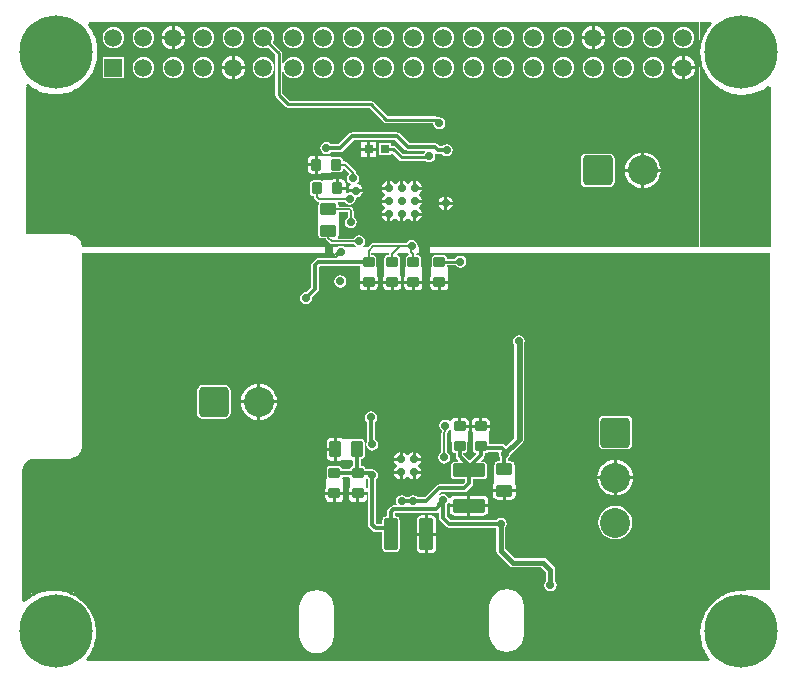
<source format=gbl>
%FSLAX23Y23*%
%MOMM*%
%SFA1B1*%

%IPPOS*%
%AMD18*
4,1,8,1.206500,0.574040,-1.206500,0.574040,-1.348740,0.431800,-1.348740,-0.431800,-1.206500,-0.574040,1.206500,-0.574040,1.348740,-0.431800,1.348740,0.431800,1.206500,0.574040,0.0*
1,1,0.288000,1.206500,0.431800*
1,1,0.288000,-1.206500,0.431800*
1,1,0.288000,-1.206500,-0.431800*
1,1,0.288000,1.206500,-0.431800*
%
%AMD19*
4,1,8,0.574040,0.500380,-0.574040,0.500380,-0.701040,0.375920,-0.701040,-0.375920,-0.574040,-0.500380,0.574040,-0.500380,0.701040,-0.375920,0.701040,0.375920,0.574040,0.500380,0.0*
1,1,0.250000,0.574040,0.375920*
1,1,0.250000,-0.574040,0.375920*
1,1,0.250000,-0.574040,-0.375920*
1,1,0.250000,0.574040,-0.375920*
%
%AMD21*
4,1,8,0.386080,0.449580,-0.386080,0.449580,-0.500380,0.337820,-0.500380,-0.337820,-0.386080,-0.449580,0.386080,-0.449580,0.500380,-0.337820,0.500380,0.337820,0.386080,0.449580,0.0*
1,1,0.226000,0.386080,0.337820*
1,1,0.226000,-0.386080,0.337820*
1,1,0.226000,-0.386080,-0.337820*
1,1,0.226000,0.386080,-0.337820*
%
%AMD22*
4,1,8,-0.449580,0.386080,-0.449580,-0.386080,-0.337820,-0.500380,0.337820,-0.500380,0.449580,-0.386080,0.449580,0.386080,0.337820,0.500380,-0.337820,0.500380,-0.449580,0.386080,0.0*
1,1,0.226000,-0.337820,0.386080*
1,1,0.226000,-0.337820,-0.386080*
1,1,0.226000,0.337820,-0.386080*
1,1,0.226000,0.337820,0.386080*
%
%AMD23*
4,1,8,-0.500380,0.574040,-0.500380,-0.574040,-0.375920,-0.701040,0.375920,-0.701040,0.500380,-0.574040,0.500380,0.574040,0.375920,0.701040,-0.375920,0.701040,-0.500380,0.574040,0.0*
1,1,0.250000,-0.375920,0.574040*
1,1,0.250000,-0.375920,-0.574040*
1,1,0.250000,0.375920,-0.574040*
1,1,0.250000,0.375920,0.574040*
%
%AMD39*
4,1,8,-0.952500,-1.270000,0.952500,-1.270000,1.270000,-0.952500,1.270000,0.952500,0.952500,1.270000,-0.952500,1.270000,-1.270000,0.952500,-1.270000,-0.952500,-0.952500,-1.270000,0.0*
1,1,0.636000,-0.952500,-0.952500*
1,1,0.636000,0.952500,-0.952500*
1,1,0.636000,0.952500,0.952500*
1,1,0.636000,-0.952500,0.952500*
%
%AMD44*
4,1,8,1.270000,-0.952500,1.270000,0.952500,0.952500,1.270000,-0.952500,1.270000,-1.270000,0.952500,-1.270000,-0.952500,-0.952500,-1.270000,0.952500,-1.270000,1.270000,-0.952500,0.0*
1,1,0.636000,0.952500,-0.952500*
1,1,0.636000,0.952500,0.952500*
1,1,0.636000,-0.952500,0.952500*
1,1,0.636000,-0.952500,-0.952500*
%
%AMD47*
4,1,8,0.574040,-1.206500,0.574040,1.206500,0.431800,1.348740,-0.431800,1.348740,-0.574040,1.206500,-0.574040,-1.206500,-0.431800,-1.348740,0.431800,-1.348740,0.574040,-1.206500,0.0*
1,1,0.288000,0.431800,-1.206500*
1,1,0.288000,0.431800,1.206500*
1,1,0.288000,-0.431800,1.206500*
1,1,0.288000,-0.431800,-1.206500*
%
%ADD10C,0.253999*%
%ADD11C,0.150000*%
%ADD14R,0.761998X0.761998*%
G04~CAMADD=18~8~0.0~0.0~1063.0~452.8~56.7~0.0~15~0.0~0.0~0.0~0.0~0~0.0~0.0~0.0~0.0~0~0.0~0.0~0.0~0.0~1063.0~452.8*
%ADD18D18*%
G04~CAMADD=19~8~0.0~0.0~551.2~393.7~49.2~0.0~15~0.0~0.0~0.0~0.0~0~0.0~0.0~0.0~0.0~0~0.0~0.0~0.0~0.0~551.2~393.7*
%ADD19D19*%
G04~CAMADD=21~8~0.0~0.0~393.7~354.3~44.5~0.0~15~0.0~0.0~0.0~0.0~0~0.0~0.0~0.0~0.0~0~0.0~0.0~0.0~0.0~393.7~354.3*
%ADD21D21*%
G04~CAMADD=22~8~0.0~0.0~393.7~354.3~44.5~0.0~15~0.0~0.0~0.0~0.0~0~0.0~0.0~0.0~0.0~0~0.0~0.0~0.0~90.0~354.0~394.0*
%ADD22D22*%
G04~CAMADD=23~8~0.0~0.0~551.2~393.7~49.2~0.0~15~0.0~0.0~0.0~0.0~0~0.0~0.0~0.0~0.0~0~0.0~0.0~0.0~90.0~394.0~552.0*
%ADD23D23*%
%ADD30C,0.160000*%
%ADD32C,0.349999*%
%ADD33C,0.250000*%
G04~CAMADD=39~8~0.0~0.0~1000.0~1000.0~125.2~0.0~15~0.0~0.0~0.0~0.0~0~0.0~0.0~0.0~0.0~0~0.0~0.0~0.0~180.0~1000.0~1000.0*
%ADD39D39*%
%ADD40C,2.539995*%
%ADD41C,1.499997*%
%ADD42R,1.499997X1.499997*%
%ADD43C,6.199988*%
G04~CAMADD=44~8~0.0~0.0~1000.0~1000.0~125.2~0.0~15~0.0~0.0~0.0~0.0~0~0.0~0.0~0.0~0.0~0~0.0~0.0~0.0~270.0~1000.0~1000.0*
%ADD44D44*%
%ADD45C,0.699999*%
%ADD46C,0.165000*%
G04~CAMADD=47~8~0.0~0.0~1063.0~452.8~56.7~0.0~15~0.0~0.0~0.0~0.0~0~0.0~0.0~0.0~0.0~0~0.0~0.0~0.0~270.0~452.0~1062.0*
%ADD47D47*%
%ADD48C,0.200000*%
%ADD49C,0.449999*%
%LNraspberryhatboard-1*%
%LPD*%
G36*
X59457Y55012D02*
X59249Y54804D01*
Y54699*
X58874Y54324*
Y54049*
X58674Y53849*
Y53410*
X58549Y53285*
Y55099*
X59369*
X59457Y55012*
G37*
G36*
X58499Y35999D02*
X35689D01*
Y35499*
X64499*
Y6999*
X61174*
X61074Y6899*
X60774*
X60524Y6649*
X60174*
X58874Y5349*
Y4949*
X58549Y4624*
Y4249*
X58499Y4199*
Y2224*
X58874Y1849*
Y1449*
X59224Y1099*
X59124Y999*
X6749*
X6688Y1060*
Y1188*
X7049Y1549*
Y1874*
X7349Y2174*
Y2674*
X7449Y2774*
Y3599*
X7474Y3624*
X7424Y3674*
Y4499*
X7099Y4824*
Y5199*
X5524Y6774*
X5049*
X4824Y6999*
X2649*
X2374Y6724*
X1974*
X1341Y6091*
X1166*
X1149Y6074*
Y6999*
Y16999*
X1374Y17549*
Y17613*
X1699Y17938*
Y17999*
X2099*
Y18099*
X5299*
X5599Y18199*
X5799*
X6099Y18499*
Y18599*
X6199Y18799*
Y35499*
X26849*
Y35999*
X6299*
Y36399*
X6099Y36599*
Y36699*
X5949Y36849*
X5849*
X5599Y37099*
X1499*
Y49599*
X1600Y49548*
X1599Y49699*
X1697Y49797*
X1699Y49899*
Y49799*
X1697Y49797*
X1693Y49502*
X2099Y49299*
X2266Y49232*
X2199Y49299*
X2599Y49099*
X2999Y48999*
X3799*
X3899Y48899*
X4899*
X5099Y49099*
X5499*
X5899Y49499*
X6199*
X7099Y50399*
Y50499*
X7299Y50699*
Y51199*
X7499Y51399*
Y53974*
X6799Y54899*
Y55099*
X58499*
Y35999*
G37*
G36*
X58674Y51574D02*
Y51299D01*
X58824Y51149*
Y50724*
X59524Y50024*
Y49899*
X59624*
X60349Y49174*
X60699*
X60924Y48949*
X61499*
X61624Y48824*
X62624*
X62724Y48924*
X63299*
X63574Y49199*
X64024*
X64399Y49574*
X64449Y49524*
X64549*
Y36024*
X64524Y35999*
X58549*
Y51699*
X58674Y51574*
G37*
%LNraspberryhatboard-2*%
%LPC*%
G36*
X33260Y32922D02*
X32626D01*
Y32338*
X32887*
X33029Y32366*
X33151Y32447*
X33232Y32568*
X33260Y32712*
Y32922*
G37*
G36*
X32372D02*
X31738D01*
Y32712*
X31766Y32568*
X31847Y32447*
X31968Y32366*
X32111Y32338*
X32372*
Y32922*
G37*
G36*
X31260D02*
X30626D01*
Y32338*
X30887*
X31030Y32366*
X31151Y32447*
X31232Y32568*
X31260Y32712*
Y32922*
G37*
G36*
X34172D02*
X33538D01*
Y32712*
X33566Y32568*
X33647Y32447*
X33769Y32366*
X33911Y32338*
X34172*
Y32922*
G37*
G36*
X37260D02*
X36626D01*
Y32338*
X36887*
X37029Y32366*
X37151Y32447*
X37232Y32568*
X37260Y32712*
Y32922*
G37*
G36*
X36372D02*
X35738D01*
Y32712*
X35766Y32568*
X35847Y32447*
X35969Y32366*
X36111Y32338*
X36372*
Y32922*
G37*
G36*
X35060D02*
X34426D01*
Y32338*
X34687*
X34830Y32366*
X34951Y32447*
X35032Y32568*
X35060Y32712*
Y32922*
G37*
G36*
X22723Y22772D02*
X21331D01*
Y21380*
X21503Y21397*
X21790Y21484*
X22055Y21626*
X22287Y21816*
X22477Y22048*
X22619Y22313*
X22706Y22600*
X22723Y22772*
G37*
G36*
X21077D02*
X19685D01*
X19702Y22600*
X19789Y22313*
X19931Y22048*
X20121Y21816*
X20353Y21626*
X20618Y21484*
X20905Y21397*
X21077Y21380*
Y22772*
G37*
G36*
X40387Y21560D02*
X40126D01*
Y20976*
X40760*
Y21187*
X40732Y21329*
X40651Y21451*
X40529Y21532*
X40387Y21560*
G37*
G36*
X18346Y24331D02*
X16441D01*
X16258Y24295*
X16102Y24191*
X15998Y24035*
X15962Y23852*
Y21947*
X15998Y21763*
X16102Y21607*
X16258Y21503*
X16441Y21467*
X18346*
X18530Y21503*
X18686Y21607*
X18790Y21763*
X18826Y21947*
Y23852*
X18790Y24035*
X18686Y24191*
X18530Y24295*
X18346Y24331*
G37*
G36*
X30372Y32922D02*
X29738D01*
Y32712*
X29766Y32568*
X29847Y32447*
X29968Y32366*
X30111Y32338*
X30372*
Y32922*
G37*
G36*
X21331Y24418D02*
Y23026D01*
X22723*
X22706Y23198*
X22619Y23485*
X22477Y23750*
X22287Y23982*
X22055Y24172*
X21790Y24314*
X21503Y24401*
X21331Y24418*
G37*
G36*
X21077D02*
X20905Y24401D01*
X20618Y24314*
X20353Y24172*
X20121Y23982*
X19931Y23750*
X19789Y23485*
X19702Y23198*
X19685Y23026*
X21077*
Y24418*
G37*
G36*
X28099Y33612D02*
X27903Y33573D01*
X27736Y33462*
X27625Y33295*
X27586Y33099*
X27625Y32903*
X27736Y32736*
X27903Y32625*
X28099Y32586*
X28295Y32625*
X28462Y32736*
X28573Y32903*
X28612Y33099*
X28573Y33295*
X28462Y33462*
X28295Y33573*
X28099Y33612*
G37*
G36*
X26387Y43760D02*
X26176D01*
Y42999*
Y42238*
X26387*
X26530Y42266*
X26578Y42299*
X27299*
X27353Y42353*
X27412Y42341*
X28086*
X28190Y42361*
X28278Y42420*
X28337Y42508*
X28357Y42611*
Y42645*
X28450Y42684*
X28837Y42297*
X28827Y42197*
X28811Y42187*
X28700Y42020*
X28661Y41824*
X28700Y41628*
X28811Y41461*
X28978Y41350*
X28996Y41256*
X28964Y41234*
X28830Y41035*
X28808Y40926*
X29990*
X29968Y41035*
X29834Y41234*
X29635Y41368*
X29581Y41379*
X29543Y41471*
X29648Y41628*
X29687Y41824*
X29648Y42020*
X29537Y42187*
X29432Y42257*
Y42324*
X29412Y42423*
X29356Y42506*
X28681Y43181*
X28598Y43237*
X28499Y43257*
X28357*
Y43387*
X28337Y43490*
X28278Y43578*
X28190Y43637*
X28086Y43657*
X27412*
X27353Y43645*
X27299Y43699*
X26578*
X26530Y43732*
X26387Y43760*
G37*
G36*
X37151Y40315D02*
Y39851D01*
X37615*
X37593Y39960*
X37459Y40159*
X37260Y40293*
X37151Y40315*
G37*
G36*
X36897D02*
X36788Y40293D01*
X36589Y40159*
X36455Y39960*
X36433Y39851*
X36897*
Y40315*
G37*
G36*
X53577Y42372D02*
X52185D01*
X52202Y42200*
X52289Y41913*
X52431Y41648*
X52621Y41416*
X52853Y41226*
X53118Y41084*
X53405Y40997*
X53577Y40980*
Y42372*
G37*
G36*
X50846Y43931D02*
X48942D01*
X48758Y43895*
X48602Y43791*
X48498Y43635*
X48462Y43451*
Y41547*
X48498Y41363*
X48602Y41207*
X48758Y41103*
X48942Y41067*
X50846*
X51030Y41103*
X51186Y41207*
X51290Y41363*
X51326Y41547*
Y43451*
X51290Y43635*
X51186Y43791*
X51030Y43895*
X50846Y43931*
G37*
G36*
X28187Y41760D02*
X27976D01*
Y41126*
X28560*
Y41387*
X28532Y41529*
X28451Y41651*
X28329Y41732*
X28187Y41760*
G37*
G36*
X55223Y42372D02*
X53831D01*
Y40980*
X54003Y40997*
X54290Y41084*
X54555Y41226*
X54787Y41416*
X54977Y41648*
X55119Y41913*
X55206Y42200*
X55223Y42372*
G37*
G36*
X32072Y38672D02*
X31608D01*
X31630Y38563*
X31764Y38364*
X31963Y38230*
X32072Y38208*
Y38672*
G37*
G36*
X34526Y41590D02*
Y41126D01*
X34990*
X34968Y41235*
X34834Y41434*
X34635Y41568*
X34526Y41590*
G37*
G36*
X36887Y35357D02*
X36111D01*
X36008Y35337*
X35920Y35278*
X35861Y35190*
X35841Y35087*
Y34411*
X35853Y34353*
X35799Y34299*
Y33578*
X35766Y33529*
X35738Y33387*
Y33176*
X37260*
Y33387*
X37232Y33529*
X37199Y33578*
Y34299*
X37145Y34353*
X37157Y34411*
Y34466*
X37875*
X37911Y34411*
X38078Y34300*
X38274Y34261*
X38470Y34300*
X38637Y34411*
X38748Y34578*
X38787Y34774*
X38748Y34970*
X38637Y35137*
X38470Y35248*
X38274Y35287*
X38078Y35248*
X37911Y35137*
X37842Y35032*
X37157*
Y35087*
X37137Y35190*
X37078Y35278*
X36990Y35337*
X36887Y35357*
G37*
G36*
X34990Y38672D02*
X34526D01*
Y38208*
X34635Y38230*
X34834Y38364*
X34968Y38563*
X34990Y38672*
G37*
G36*
X37615Y39597D02*
X37151D01*
Y39133*
X37260Y39155*
X37459Y39289*
X37593Y39488*
X37615Y39597*
G37*
G36*
X36897D02*
X36433D01*
X36455Y39488*
X36589Y39289*
X36788Y39155*
X36897Y39133*
Y39597*
G37*
G36*
X32072Y41590D02*
X31963Y41568D01*
X31764Y41434*
X31630Y41235*
X31608Y41126*
X32072*
Y41590*
G37*
G36*
X39872Y21560D02*
X39611D01*
X39469Y21532*
X39347Y21451*
X39266Y21329*
X39238Y21187*
Y20976*
X39872*
Y21560*
G37*
G36*
X27472Y15022D02*
X26838D01*
Y14811*
X26866Y14669*
X26947Y14547*
X27068Y14466*
X27211Y14438*
X27472*
Y15022*
G37*
G36*
X40205Y14936D02*
X39126D01*
Y14226*
X40611*
Y14530*
X40580Y14685*
X40492Y14817*
X40360Y14905*
X40205Y14936*
G37*
G36*
X40611Y13972D02*
X39126D01*
Y13262*
X40205*
X40360Y13293*
X40492Y13381*
X40580Y13513*
X40611Y13668*
Y13972*
G37*
G36*
X28360Y15022D02*
X27726D01*
Y14438*
X27986*
X28130Y14466*
X28251Y14547*
X28332Y14669*
X28360Y14811*
Y15022*
G37*
G36*
X41872Y15272D02*
X41038D01*
Y15024*
X41067Y14876*
X41151Y14751*
X41276Y14667*
X41424Y14638*
X41872*
Y15272*
G37*
G36*
X30360Y15022D02*
X29726D01*
Y14438*
X29986*
X30130Y14466*
X30251Y14547*
X30332Y14669*
X30360Y14811*
Y15022*
G37*
G36*
X29472D02*
X28838D01*
Y14811*
X28866Y14669*
X28947Y14547*
X29068Y14466*
X29211Y14438*
X29472*
Y15022*
G37*
G36*
X38872Y13972D02*
X37387D01*
Y13668*
X37418Y13513*
X37506Y13381*
X37638Y13293*
X37793Y13262*
X38872*
Y13972*
G37*
G36*
X35272Y11572D02*
X34562D01*
Y10493*
X34593Y10338*
X34681Y10206*
X34813Y10118*
X34968Y10087*
X35272*
Y11572*
G37*
G36*
X42199Y7065D02*
X41820Y7015D01*
X41466Y6868*
X41163Y6635*
X40930Y6332*
X40783Y5978*
X40733Y5599*
Y3199*
X40783Y2820*
X40930Y2466*
X41163Y2163*
X41466Y1930*
X41820Y1783*
X42199Y1733*
X42578Y1783*
X42932Y1930*
X43235Y2163*
X43468Y2466*
X43615Y2820*
X43665Y3199*
Y5599*
X43615Y5978*
X43468Y6332*
X43235Y6635*
X42932Y6868*
X42578Y7015*
X42199Y7065*
G37*
G36*
X26099Y6965D02*
X25720Y6915D01*
X25366Y6768*
X25063Y6535*
X24830Y6232*
X24683Y5878*
X24633Y5499*
Y3099*
X24683Y2720*
X24830Y2366*
X25063Y2063*
X25366Y1830*
X25720Y1683*
X26099Y1633*
X26478Y1683*
X26832Y1830*
X27135Y2063*
X27368Y2366*
X27515Y2720*
X27565Y3099*
Y5499*
X27515Y5878*
X27368Y6232*
X27135Y6535*
X26832Y6768*
X26478Y6915*
X26099Y6965*
G37*
G36*
X36236Y11572D02*
X35526D01*
Y10087*
X35830*
X35985Y10118*
X36117Y10206*
X36205Y10338*
X36236Y10493*
Y11572*
G37*
G36*
X35830Y13311D02*
X35526D01*
Y11826*
X36236*
Y12905*
X36205Y13060*
X36117Y13192*
X35985Y13280*
X35830Y13311*
G37*
G36*
X35272D02*
X34968D01*
X34813Y13280*
X34681Y13192*
X34593Y13060*
X34562Y12905*
Y11826*
X35272*
Y13311*
G37*
G36*
X51399Y14124D02*
X51028Y14075D01*
X50681Y13932*
X50384Y13704*
X50156Y13407*
X50013Y13060*
X49964Y12689*
X50013Y12318*
X50156Y11971*
X50384Y11674*
X50681Y11446*
X51028Y11303*
X51399Y11254*
X51770Y11303*
X52117Y11446*
X52414Y11674*
X52642Y11971*
X52785Y12318*
X52834Y12689*
X52785Y13060*
X52642Y13407*
X52414Y13704*
X52117Y13932*
X51770Y14075*
X51399Y14124*
G37*
G36*
X42960Y15272D02*
X42126D01*
Y14638*
X42574*
X42722Y14667*
X42847Y14751*
X42931Y14876*
X42960Y15024*
Y15272*
G37*
G36*
X30699Y22112D02*
X30503Y22073D01*
X30336Y21962*
X30225Y21795*
X30186Y21599*
X30225Y21403*
X30336Y21236*
X30365Y21218*
Y19554*
X30325Y19495*
X30286Y19299*
X30325Y19103*
X30436Y18936*
X30603Y18825*
X30799Y18786*
X30995Y18825*
X31162Y18936*
X31273Y19103*
X31312Y19299*
X31273Y19495*
X31162Y19662*
X31033Y19747*
Y21218*
X31062Y21236*
X31173Y21403*
X31212Y21599*
X31173Y21795*
X31062Y21962*
X30895Y22073*
X30699Y22112*
G37*
G36*
X34222Y18640D02*
X34113Y18618D01*
X33914Y18484*
X33849Y18388*
X33749*
X33684Y18484*
X33485Y18618*
X33376Y18640*
Y18049*
X33249*
Y17922*
X32658*
X32680Y17813*
X32814Y17614*
X32910Y17549*
Y17449*
X32814Y17384*
X32680Y17185*
X32658Y17076*
X33249*
Y16949*
X33376*
Y16358*
X33485Y16380*
X33684Y16514*
X33749Y16610*
X33849*
X33914Y16514*
X34113Y16380*
X34222Y16358*
Y16949*
X34349*
Y17076*
X34940*
X34918Y17185*
X34784Y17384*
X34688Y17449*
Y17549*
X34784Y17614*
X34918Y17813*
X34940Y17922*
X34349*
Y18049*
X34222*
Y18640*
G37*
G36*
X34476D02*
Y18176D01*
X34940*
X34918Y18285*
X34784Y18484*
X34585Y18618*
X34476Y18640*
G37*
G36*
X52352Y21741D02*
X50446D01*
X50263Y21705*
X50107Y21601*
X50003Y21445*
X49967Y21262*
Y19357*
X50003Y19173*
X50107Y19017*
X50263Y18913*
X50446Y18877*
X52352*
X52535Y18913*
X52691Y19017*
X52795Y19173*
X52831Y19357*
Y21262*
X52795Y21445*
X52691Y21601*
X52535Y21705*
X52352Y21741*
G37*
G36*
X38587Y21560D02*
X38326D01*
Y20976*
X38960*
Y21187*
X38932Y21329*
X38851Y21451*
X38729Y21532*
X38587Y21560*
G37*
G36*
X43224Y28562D02*
X43028Y28523D01*
X42861Y28412*
X42750Y28245*
X42711Y28049*
X42750Y27853*
X42814Y27758*
Y19859*
X42113Y19158*
X42035Y19235*
X41927Y19308*
X41799Y19333*
X40657*
Y19486*
X40645Y19545*
X40699Y19599*
Y20320*
X40732Y20368*
X40760Y20512*
Y20722*
X39238*
Y20512*
X39266Y20368*
X39299Y20320*
Y19599*
X39353Y19545*
X39341Y19486*
Y18811*
X39361Y18708*
X39420Y18620*
X39508Y18561*
X39554Y18552*
X39583Y18456*
X39049Y17922*
X38533Y18438*
Y18541*
X38587*
X38690Y18561*
X38778Y18620*
X38837Y18708*
X38857Y18811*
Y19486*
X38845Y19545*
X38899Y19599*
Y20320*
X38932Y20368*
X38960Y20512*
Y20722*
X38199*
Y20849*
X38072*
Y21560*
X37811*
X37668Y21532*
X37547Y21451*
X37466Y21329*
X37458Y21290*
X37363Y21261*
X37362Y21262*
X37195Y21373*
X36999Y21412*
X36803Y21373*
X36636Y21262*
X36525Y21095*
X36486Y20899*
X36525Y20703*
X36636Y20536*
X36675Y20510*
X36695Y20412*
X36680Y20390*
X36661Y20299*
Y18645*
X36536Y18562*
X36425Y18395*
X36386Y18199*
X36425Y18003*
X36536Y17836*
X36703Y17725*
X36899Y17686*
X37095Y17725*
X37262Y17836*
X37373Y18003*
X37412Y18199*
X37373Y18395*
X37262Y18562*
X37137Y18645*
Y20201*
X37167Y20231*
X37218Y20308*
X37237Y20399*
Y20453*
X37350Y20528*
X37442Y20490*
X37466Y20368*
X37499Y20320*
Y19599*
X37553Y19545*
X37541Y19486*
Y18811*
X37561Y18708*
X37620Y18620*
X37708Y18561*
X37811Y18541*
X37865*
Y18299*
X37890Y18171*
X37963Y18063*
X38100Y17925*
X38062Y17833*
X37793*
X37677Y17810*
X37579Y17744*
X37513Y17646*
X37490Y17530*
Y16668*
X37513Y16552*
X37579Y16454*
X37677Y16388*
X37793Y16365*
X38665*
Y16138*
X38460Y15933*
X36499*
X36371Y15908*
X36263Y15835*
X35260Y14833*
X34680*
X34662Y14862*
X34495Y14973*
X34299Y15012*
X34103Y14973*
X33936Y14862*
X33917Y14833*
X33680*
X33662Y14862*
X33495Y14973*
X33299Y15012*
X33103Y14973*
X32936Y14862*
X32825Y14695*
X32786Y14499*
X32825Y14303*
X32879Y14222*
X32832Y14133*
X32599*
X32471Y14108*
X32363Y14035*
X32163Y13835*
X32090Y13727*
X32065Y13599*
Y13208*
X31968*
X31852Y13185*
X31754Y13119*
X31688Y13021*
X31665Y12905*
Y12533*
X31238*
X31133Y12638*
Y16318*
X31162Y16336*
X31273Y16503*
X31312Y16699*
X31273Y16895*
X31162Y17062*
X30995Y17173*
X30799Y17212*
X30653Y17183*
X30649*
X30257*
Y17187*
X30237Y17290*
X30178Y17378*
X30090Y17437*
X29986Y17457*
X29833*
Y18041*
X29874*
X29982Y18062*
X30074Y18124*
X30136Y18216*
X30157Y18324*
Y19474*
X30136Y19582*
X30074Y19674*
X29982Y19736*
X29874Y19757*
X29124*
X29117Y19756*
X29074Y19799*
X28270*
X28222Y19831*
X28074Y19860*
X27826*
Y18899*
Y17938*
X28074*
X28222Y17967*
X28270Y17999*
X29074*
X29165Y17908*
Y17448*
X29108Y17437*
X29020Y17378*
X28961Y17290*
X28941Y17187*
Y17183*
X28257*
Y17187*
X28237Y17290*
X28178Y17378*
X28090Y17437*
X27986Y17457*
X27211*
X27108Y17437*
X27020Y17378*
X26961Y17290*
X26941Y17187*
Y16512*
X26953Y16453*
X26899Y16399*
Y15678*
X26866Y15629*
X26838Y15487*
Y15276*
X28360*
Y15487*
X28332Y15629*
X28299Y15678*
Y16399*
X28276Y16422*
X28314Y16515*
X28884*
X28922Y16422*
X28899Y16399*
Y15678*
X28866Y15629*
X28838Y15487*
Y15276*
X30360*
Y15487*
X30332Y15629*
X30299Y15678*
Y16370*
X30395Y16399*
X30436Y16336*
X30465Y16318*
Y12499*
X30490Y12371*
X30563Y12263*
X30863Y11963*
X30971Y11890*
X31099Y11865*
X31665*
Y10493*
X31688Y10377*
X31754Y10279*
X31852Y10213*
X31968Y10190*
X32830*
X32946Y10213*
X33044Y10279*
X33110Y10377*
X33133Y10493*
Y12905*
X33110Y13021*
X33044Y13119*
X32946Y13185*
X32830Y13208*
X32733*
Y13460*
X32738Y13465*
X36199*
X36327Y13490*
X36376Y13523*
X36465Y13476*
Y13099*
X36490Y12971*
X36563Y12863*
X37063Y12363*
X37171Y12290*
X37299Y12265*
X41314*
Y10299*
X41343Y10152*
X41426Y10026*
X42426Y9026*
X42552Y8943*
X42699Y8914*
X45139*
X45514Y8539*
Y7703*
X45425Y7570*
X45386Y7374*
X45425Y7178*
X45536Y7011*
X45703Y6900*
X45899Y6861*
X46095Y6900*
X46262Y7011*
X46373Y7178*
X46412Y7374*
X46373Y7570*
X46284Y7703*
Y8699*
X46255Y8846*
X46172Y8972*
X45572Y9572*
X45446Y9655*
X45299Y9684*
X42859*
X42084Y10459*
Y12270*
X42173Y12403*
X42212Y12599*
X42173Y12795*
X42062Y12962*
X41895Y13073*
X41699Y13112*
X41503Y13073*
X41336Y12962*
X41318Y12933*
X37438*
X37133Y13238*
Y14218*
X37162Y14236*
X37273Y14403*
X37288Y14478*
X37387Y14468*
Y14226*
X38872*
Y14936*
X37793*
X37638Y14905*
X37506Y14817*
X37418Y14685*
X37406Y14627*
X37306*
X37273Y14795*
X37162Y14962*
X36995Y15073*
X36799Y15112*
X36603Y15073*
X36554Y15040*
X36490Y15117*
X36638Y15265*
X38599*
X38727Y15290*
X38835Y15363*
X39235Y15763*
X39308Y15871*
X39333Y15999*
Y16365*
X40205*
X40321Y16388*
X40419Y16454*
X40485Y16552*
X40508Y16668*
Y17530*
X40485Y17646*
X40419Y17744*
X40321Y17810*
X40205Y17833*
X40036*
X39998Y17925*
X40235Y18163*
X40308Y18271*
X40333Y18399*
Y18541*
X40387*
X40490Y18561*
X40578Y18620*
X40608Y18665*
X41460*
X41524Y18587*
X41511Y18524*
X41550Y18328*
X41661Y18161*
X41665Y18159*
Y17857*
X41424*
X41316Y17836*
X41224Y17774*
X41162Y17682*
X41141Y17574*
Y16824*
X41142Y16817*
X41099Y16774*
Y15970*
X41067Y15922*
X41038Y15774*
Y15526*
X42960*
Y15774*
X42931Y15922*
X42899Y15970*
Y16774*
X42856Y16817*
X42857Y16824*
Y17574*
X42836Y17682*
X42774Y17774*
X42682Y17836*
X42574Y17857*
X42333*
Y18126*
X42387Y18161*
X42498Y18328*
X42529Y18484*
X43472Y19426*
X43572Y19526*
X43655Y19652*
X43684Y19799*
Y27833*
X43698Y27853*
X43737Y28049*
X43698Y28245*
X43587Y28412*
X43420Y28523*
X43224Y28562*
G37*
G36*
X27572Y19860D02*
X27324D01*
X27176Y19831*
X27051Y19747*
X26967Y19622*
X26938Y19474*
Y19026*
X27572*
Y19860*
G37*
G36*
X33122Y18640D02*
X33013Y18618D01*
X32814Y18484*
X32680Y18285*
X32658Y18176*
X33122*
Y18640*
G37*
G36*
Y16822D02*
X32658D01*
X32680Y16713*
X32814Y16514*
X33013Y16380*
X33122Y16358*
Y16822*
G37*
G36*
X52918Y16372D02*
X51526D01*
Y14980*
X51698Y14997*
X51985Y15084*
X52250Y15226*
X52482Y15416*
X52672Y15648*
X52814Y15913*
X52901Y16200*
X52918Y16372*
G37*
G36*
X51272D02*
X49880D01*
X49897Y16200*
X49984Y15913*
X50126Y15648*
X50316Y15416*
X50548Y15226*
X50813Y15084*
X51100Y14997*
X51272Y14980*
Y16372*
G37*
G36*
X34940Y16822D02*
X34476D01*
Y16358*
X34585Y16380*
X34784Y16514*
X34918Y16713*
X34940Y16822*
G37*
G36*
X27572Y18772D02*
X26938D01*
Y18324*
X26967Y18176*
X27051Y18051*
X27176Y17967*
X27324Y17938*
X27572*
Y18772*
G37*
G36*
X51526Y18018D02*
Y16626D01*
X52918*
X52901Y16798*
X52814Y17085*
X52672Y17350*
X52482Y17582*
X52250Y17772*
X51985Y17914*
X51698Y18001*
X51526Y18018*
G37*
G36*
X51272D02*
X51100Y18001D01*
X50813Y17914*
X50548Y17772*
X50316Y17582*
X50126Y17350*
X49984Y17085*
X49897Y16798*
X49880Y16626*
X51272*
Y18018*
G37*
G36*
X8899Y54650D02*
X8663Y54619D01*
X8444Y54528*
X8255Y54383*
X8110Y54194*
X8019Y53975*
X7988Y53739*
X8019Y53503*
X8110Y53284*
X8255Y53095*
X8444Y52950*
X8663Y52859*
X8899Y52828*
X9135Y52859*
X9354Y52950*
X9543Y53095*
X9688Y53284*
X9779Y53503*
X9810Y53739*
X9779Y53975*
X9688Y54194*
X9543Y54383*
X9354Y54528*
X9135Y54619*
X8899Y54650*
G37*
G36*
X50535Y53612D02*
X49666D01*
Y52743*
X49801Y52761*
X50045Y52862*
X50255Y53023*
X50416Y53233*
X50517Y53477*
X50535Y53612*
G37*
G36*
X49412D02*
X48543D01*
X48561Y53477*
X48662Y53233*
X48823Y53023*
X49033Y52862*
X49277Y52761*
X49412Y52743*
Y53612*
G37*
G36*
X11439Y54650D02*
X11203Y54619D01*
X10984Y54528*
X10795Y54383*
X10650Y54194*
X10559Y53975*
X10528Y53739*
X10559Y53503*
X10650Y53284*
X10795Y53095*
X10984Y52950*
X11203Y52859*
X11439Y52828*
X11675Y52859*
X11894Y52950*
X12083Y53095*
X12228Y53284*
X12319Y53503*
X12350Y53739*
X12319Y53975*
X12228Y54194*
X12083Y54383*
X11894Y54528*
X11675Y54619*
X11439Y54650*
G37*
G36*
X24139D02*
X23903Y54619D01*
X23684Y54528*
X23495Y54383*
X23350Y54194*
X23259Y53975*
X23228Y53739*
X23259Y53503*
X23350Y53284*
X23495Y53095*
X23684Y52950*
X23903Y52859*
X24139Y52828*
X24375Y52859*
X24594Y52950*
X24783Y53095*
X24928Y53284*
X25019Y53503*
X25050Y53739*
X25019Y53975*
X24928Y54194*
X24783Y54383*
X24594Y54528*
X24375Y54619*
X24139Y54650*
G37*
G36*
X19059D02*
X18823Y54619D01*
X18604Y54528*
X18415Y54383*
X18270Y54194*
X18179Y53975*
X18148Y53739*
X18179Y53503*
X18270Y53284*
X18415Y53095*
X18604Y52950*
X18823Y52859*
X19059Y52828*
X19295Y52859*
X19514Y52950*
X19703Y53095*
X19848Y53284*
X19939Y53503*
X19970Y53739*
X19939Y53975*
X19848Y54194*
X19703Y54383*
X19514Y54528*
X19295Y54619*
X19059Y54650*
G37*
G36*
X16519D02*
X16283Y54619D01*
X16064Y54528*
X15875Y54383*
X15730Y54194*
X15639Y53975*
X15608Y53739*
X15639Y53503*
X15730Y53284*
X15875Y53095*
X16064Y52950*
X16283Y52859*
X16519Y52828*
X16755Y52859*
X16974Y52950*
X17163Y53095*
X17308Y53284*
X17399Y53503*
X17430Y53739*
X17399Y53975*
X17308Y54194*
X17163Y54383*
X16974Y54528*
X16755Y54619*
X16519Y54650*
G37*
G36*
X14975Y53612D02*
X14106D01*
Y52743*
X14241Y52761*
X14485Y52862*
X14695Y53023*
X14856Y53233*
X14957Y53477*
X14975Y53612*
G37*
G36*
X18932Y52195D02*
X18797Y52177D01*
X18553Y52076*
X18343Y51915*
X18182Y51705*
X18081Y51461*
X18063Y51326*
X18932*
Y52195*
G37*
G36*
X9802Y52102D02*
X7996D01*
Y50296*
X9802*
Y52102*
G37*
G36*
X54619Y52110D02*
X54383Y52079D01*
X54164Y51988*
X53975Y51843*
X53830Y51654*
X53739Y51435*
X53708Y51199*
X53739Y50963*
X53830Y50744*
X53975Y50555*
X54164Y50410*
X54383Y50319*
X54619Y50288*
X54855Y50319*
X55074Y50410*
X55263Y50555*
X55408Y50744*
X55499Y50963*
X55530Y51199*
X55499Y51435*
X55408Y51654*
X55263Y51843*
X55074Y51988*
X54855Y52079*
X54619Y52110*
G37*
G36*
X19186Y52195D02*
Y51326D01*
X20055*
X20037Y51461*
X19936Y51705*
X19775Y51915*
X19565Y52076*
X19321Y52177*
X19186Y52195*
G37*
G36*
X13852Y53612D02*
X12983D01*
X13001Y53477*
X13102Y53233*
X13263Y53023*
X13473Y52862*
X13717Y52761*
X13852Y52743*
Y53612*
G37*
G36*
X57286Y52195D02*
Y51326D01*
X58155*
X58137Y51461*
X58036Y51705*
X57875Y51915*
X57665Y52076*
X57421Y52177*
X57286Y52195*
G37*
G36*
X57032D02*
X56897Y52177D01*
X56653Y52076*
X56443Y51915*
X56282Y51705*
X56181Y51461*
X56163Y51326*
X57032*
Y52195*
G37*
G36*
X26679Y54650D02*
X26443Y54619D01*
X26224Y54528*
X26035Y54383*
X25890Y54194*
X25799Y53975*
X25768Y53739*
X25799Y53503*
X25890Y53284*
X26035Y53095*
X26224Y52950*
X26443Y52859*
X26679Y52828*
X26915Y52859*
X27134Y52950*
X27323Y53095*
X27468Y53284*
X27559Y53503*
X27590Y53739*
X27559Y53975*
X27468Y54194*
X27323Y54383*
X27134Y54528*
X26915Y54619*
X26679Y54650*
G37*
G36*
X57159D02*
X56923Y54619D01*
X56704Y54528*
X56515Y54383*
X56370Y54194*
X56279Y53975*
X56248Y53739*
X56279Y53503*
X56370Y53284*
X56515Y53095*
X56704Y52950*
X56923Y52859*
X57159Y52828*
X57395Y52859*
X57614Y52950*
X57803Y53095*
X57948Y53284*
X58039Y53503*
X58070Y53739*
X58039Y53975*
X57948Y54194*
X57803Y54383*
X57614Y54528*
X57395Y54619*
X57159Y54650*
G37*
G36*
X54619D02*
X54383Y54619D01*
X54164Y54528*
X53975Y54383*
X53830Y54194*
X53739Y53975*
X53708Y53739*
X53739Y53503*
X53830Y53284*
X53975Y53095*
X54164Y52950*
X54383Y52859*
X54619Y52828*
X54855Y52859*
X55074Y52950*
X55263Y53095*
X55408Y53284*
X55499Y53503*
X55530Y53739*
X55499Y53975*
X55408Y54194*
X55263Y54383*
X55074Y54528*
X54855Y54619*
X54619Y54650*
G37*
G36*
X52079D02*
X51843Y54619D01*
X51624Y54528*
X51435Y54383*
X51290Y54194*
X51199Y53975*
X51168Y53739*
X51199Y53503*
X51290Y53284*
X51435Y53095*
X51624Y52950*
X51843Y52859*
X52079Y52828*
X52315Y52859*
X52534Y52950*
X52723Y53095*
X52868Y53284*
X52959Y53503*
X52990Y53739*
X52959Y53975*
X52868Y54194*
X52723Y54383*
X52534Y54528*
X52315Y54619*
X52079Y54650*
G37*
G36*
X13852Y54735D02*
X13717Y54717D01*
X13473Y54616*
X13263Y54455*
X13102Y54245*
X13001Y54001*
X12983Y53866*
X13852*
Y54735*
G37*
G36*
X49666D02*
Y53866D01*
X50535*
X50517Y54001*
X50416Y54245*
X50255Y54455*
X50045Y54616*
X49801Y54717*
X49666Y54735*
G37*
G36*
X49412D02*
X49277Y54717D01*
X49033Y54616*
X48823Y54455*
X48662Y54245*
X48561Y54001*
X48543Y53866*
X49412*
Y54735*
G37*
G36*
X14106D02*
Y53866D01*
X14975*
X14957Y54001*
X14856Y54245*
X14695Y54455*
X14485Y54616*
X14241Y54717*
X14106Y54735*
G37*
G36*
X46999Y54650D02*
X46763Y54619D01*
X46544Y54528*
X46355Y54383*
X46210Y54194*
X46119Y53975*
X46088Y53739*
X46119Y53503*
X46210Y53284*
X46355Y53095*
X46544Y52950*
X46763Y52859*
X46999Y52828*
X47235Y52859*
X47454Y52950*
X47643Y53095*
X47788Y53284*
X47879Y53503*
X47910Y53739*
X47879Y53975*
X47788Y54194*
X47643Y54383*
X47454Y54528*
X47235Y54619*
X46999Y54650*
G37*
G36*
X34299D02*
X34063Y54619D01*
X33844Y54528*
X33655Y54383*
X33510Y54194*
X33419Y53975*
X33388Y53739*
X33419Y53503*
X33510Y53284*
X33655Y53095*
X33844Y52950*
X34063Y52859*
X34299Y52828*
X34535Y52859*
X34754Y52950*
X34943Y53095*
X35088Y53284*
X35179Y53503*
X35210Y53739*
X35179Y53975*
X35088Y54194*
X34943Y54383*
X34754Y54528*
X34535Y54619*
X34299Y54650*
G37*
G36*
X31759D02*
X31523Y54619D01*
X31304Y54528*
X31115Y54383*
X30970Y54194*
X30879Y53975*
X30848Y53739*
X30879Y53503*
X30970Y53284*
X31115Y53095*
X31304Y52950*
X31523Y52859*
X31759Y52828*
X31995Y52859*
X32214Y52950*
X32403Y53095*
X32548Y53284*
X32639Y53503*
X32670Y53739*
X32639Y53975*
X32548Y54194*
X32403Y54383*
X32214Y54528*
X31995Y54619*
X31759Y54650*
G37*
G36*
X29219D02*
X28983Y54619D01*
X28764Y54528*
X28575Y54383*
X28430Y54194*
X28339Y53975*
X28308Y53739*
X28339Y53503*
X28430Y53284*
X28575Y53095*
X28764Y52950*
X28983Y52859*
X29219Y52828*
X29455Y52859*
X29674Y52950*
X29863Y53095*
X30008Y53284*
X30099Y53503*
X30130Y53739*
X30099Y53975*
X30008Y54194*
X29863Y54383*
X29674Y54528*
X29455Y54619*
X29219Y54650*
G37*
G36*
X36839D02*
X36603Y54619D01*
X36384Y54528*
X36195Y54383*
X36050Y54194*
X35959Y53975*
X35928Y53739*
X35959Y53503*
X36050Y53284*
X36195Y53095*
X36384Y52950*
X36603Y52859*
X36839Y52828*
X37075Y52859*
X37294Y52950*
X37483Y53095*
X37628Y53284*
X37719Y53503*
X37750Y53739*
X37719Y53975*
X37628Y54194*
X37483Y54383*
X37294Y54528*
X37075Y54619*
X36839Y54650*
G37*
G36*
X44459D02*
X44223Y54619D01*
X44004Y54528*
X43815Y54383*
X43670Y54194*
X43579Y53975*
X43548Y53739*
X43579Y53503*
X43670Y53284*
X43815Y53095*
X44004Y52950*
X44223Y52859*
X44459Y52828*
X44695Y52859*
X44914Y52950*
X45103Y53095*
X45248Y53284*
X45339Y53503*
X45370Y53739*
X45339Y53975*
X45248Y54194*
X45103Y54383*
X44914Y54528*
X44695Y54619*
X44459Y54650*
G37*
G36*
X41919D02*
X41683Y54619D01*
X41464Y54528*
X41275Y54383*
X41130Y54194*
X41039Y53975*
X41008Y53739*
X41039Y53503*
X41130Y53284*
X41275Y53095*
X41464Y52950*
X41683Y52859*
X41919Y52828*
X42155Y52859*
X42374Y52950*
X42563Y53095*
X42708Y53284*
X42799Y53503*
X42830Y53739*
X42799Y53975*
X42708Y54194*
X42563Y54383*
X42374Y54528*
X42155Y54619*
X41919Y54650*
G37*
G36*
X39379D02*
X39143Y54619D01*
X38924Y54528*
X38735Y54383*
X38590Y54194*
X38499Y53975*
X38468Y53739*
X38499Y53503*
X38590Y53284*
X38735Y53095*
X38924Y52950*
X39143Y52859*
X39379Y52828*
X39615Y52859*
X39834Y52950*
X40023Y53095*
X40168Y53284*
X40259Y53503*
X40290Y53739*
X40259Y53975*
X40168Y54194*
X40023Y54383*
X39834Y54528*
X39615Y54619*
X39379Y54650*
G37*
G36*
X31134Y44934D02*
X30626D01*
Y44426*
X31134*
Y44934*
G37*
G36*
X30372D02*
X29864D01*
Y44426*
X30372*
Y44934*
G37*
G36*
X32899Y45733D02*
X29099D01*
X28971Y45708*
X28863Y45635*
X27960Y44733*
X27305*
X27287Y44762*
X27120Y44873*
X26924Y44912*
X26728Y44873*
X26561Y44762*
X26450Y44595*
X26411Y44399*
X26450Y44203*
X26561Y44036*
X26728Y43925*
X26924Y43886*
X27120Y43925*
X27287Y44036*
X27305Y44065*
X28099*
X28227Y44090*
X28335Y44163*
X29238Y45065*
X32760*
X33563Y44263*
X33671Y44190*
X33799Y44165*
X35243*
X35272Y44069*
X35261Y44062*
X35150Y43895*
X35148Y43882*
X33416*
X32799Y44499*
X32707Y44561*
X32689Y44564*
X32599Y44582*
X32430*
Y44833*
X31362*
Y43765*
X32430*
Y43937*
X32522Y43975*
X33099Y43399*
X33191Y43337*
X33209Y43334*
X33299Y43316*
X35292*
X35428Y43225*
X35624Y43186*
X35820Y43225*
X35987Y43336*
X36098Y43503*
X36137Y43699*
X36098Y43895*
X36181Y43950*
X36271Y43890*
X36399Y43865*
X36717*
X36736Y43836*
X36903Y43725*
X37099Y43686*
X37295Y43725*
X37462Y43836*
X37573Y44003*
X37612Y44199*
X37573Y44395*
X37462Y44562*
X37295Y44673*
X37099Y44712*
X36903Y44673*
X36736Y44562*
X36717Y44533*
X36538*
X36335Y44735*
X36227Y44808*
X36099Y44833*
X33938*
X33135Y45635*
X33027Y45708*
X32899Y45733*
G37*
G36*
X18932Y51072D02*
X18063D01*
X18081Y50937*
X18182Y50693*
X18343Y50483*
X18553Y50322*
X18797Y50221*
X18932Y50203*
Y51072*
G37*
G36*
X58155D02*
X57286D01*
Y50203*
X57421Y50221*
X57665Y50322*
X57875Y50483*
X58036Y50693*
X58137Y50937*
X58155Y51072*
G37*
G36*
X57032D02*
X56163D01*
X56181Y50937*
X56282Y50693*
X56443Y50483*
X56653Y50322*
X56897Y50221*
X57032Y50203*
Y51072*
G37*
G36*
X20055D02*
X19186D01*
Y50203*
X19321Y50221*
X19565Y50322*
X19775Y50483*
X19936Y50693*
X20037Y50937*
X20055Y51072*
G37*
G36*
X31134Y44172D02*
X30626D01*
Y43664*
X31134*
Y44172*
G37*
G36*
X25922Y42872D02*
X25338D01*
Y42611*
X25366Y42469*
X25447Y42347*
X25568Y42266*
X25711Y42238*
X25922*
Y42872*
G37*
G36*
X27722Y41760D02*
X27512D01*
X27368Y41732*
X27320Y41699*
X26599*
X26545Y41645*
X26486Y41657*
X25811*
X25708Y41637*
X25620Y41578*
X25561Y41490*
X25541Y41387*
Y40611*
X25561Y40508*
X25620Y40420*
X25708Y40361*
X25811Y40341*
X25891*
Y40249*
X25911Y40150*
X25967Y40067*
X26117Y39917*
X26200Y39861*
X26272Y39846*
X26310Y39754*
X26262Y39682*
X26241Y39574*
Y38824*
X26242Y38817*
X26199Y38774*
Y37824*
X26242Y37781*
X26241Y37774*
Y37024*
X26262Y36916*
X26324Y36824*
X26416Y36762*
X26524Y36741*
X26873*
X26880Y36708*
X26931Y36631*
X27231Y36331*
X27308Y36280*
X27399Y36261*
X29253*
X29336Y36136*
X29399Y36095*
X29370Y35999*
X28543*
X28395Y36098*
X28199Y36137*
X28003Y36098*
X27855Y35999*
X27519*
Y35499*
X27608*
X27630Y35388*
X27764Y35189*
X27778Y35179*
X27749Y35083*
X26249*
X26121Y35058*
X26013Y34985*
X25763Y34735*
X25690Y34627*
X25665Y34499*
Y32638*
X25232Y32205*
X25199Y32212*
X25003Y32173*
X24836Y32062*
X24725Y31895*
X24686Y31699*
X24725Y31503*
X24836Y31336*
X25003Y31225*
X25199Y31186*
X25395Y31225*
X25562Y31336*
X25673Y31503*
X25712Y31699*
X25705Y31732*
X26235Y32263*
X26308Y32371*
X26333Y32499*
Y34360*
X26388Y34415*
X29784*
X29822Y34322*
X29799Y34299*
Y33578*
X29766Y33529*
X29738Y33387*
Y33176*
X31260*
Y33387*
X31232Y33529*
X31199Y33578*
Y34299*
X31145Y34353*
X31157Y34411*
Y35087*
X31137Y35190*
X31078Y35278*
X30990Y35337*
X30887Y35357*
X30737*
Y35499*
X32203*
X32245Y35448*
X32202Y35357*
X32111*
X32008Y35337*
X31920Y35278*
X31861Y35190*
X31841Y35087*
Y34411*
X31853Y34353*
X31799Y34299*
Y33578*
X31766Y33529*
X31738Y33387*
Y33176*
X33260*
Y33387*
X33232Y33529*
X33199Y33578*
Y34299*
X33145Y34353*
X33157Y34411*
Y35087*
X33137Y35190*
X33078Y35278*
X32990Y35337*
X32913Y35352*
X32892Y35419*
X32952Y35499*
X33855*
X33890Y35446*
X33907Y35407*
X33844Y35344*
X33808Y35337*
X33720Y35278*
X33661Y35190*
X33641Y35087*
Y34411*
X33653Y34353*
X33599Y34299*
Y33578*
X33566Y33529*
X33538Y33387*
Y33176*
X35060*
Y33387*
X35032Y33529*
X34999Y33578*
Y34299*
X34945Y34353*
X34957Y34411*
Y35087*
X34937Y35190*
X34878Y35278*
X34790Y35337*
X34687Y35357*
X34596*
X34553Y35448*
X34595Y35499*
X34799*
Y35999*
X34721*
X34657Y36076*
X34662Y36099*
X34623Y36295*
X34512Y36462*
X34345Y36573*
X34149Y36612*
X33953Y36573*
X33786Y36462*
X33703Y36337*
X30899*
X30808Y36318*
X30731Y36267*
X30463Y35999*
X30028*
X29999Y36095*
X30062Y36136*
X30173Y36303*
X30212Y36499*
X30173Y36695*
X30062Y36862*
X29895Y36973*
X29699Y37012*
X29503Y36973*
X29336Y36862*
X29253Y36737*
X27933*
X27882Y36813*
X27875Y36825*
X27936Y36916*
X27957Y37024*
Y37774*
X27956Y37781*
X27999Y37824*
Y38774*
X27956Y38817*
X27957Y38824*
Y38961*
X28761*
Y38545*
X28636Y38462*
X28525Y38295*
X28486Y38099*
X28525Y37903*
X28636Y37736*
X28803Y37625*
X28999Y37586*
X29195Y37625*
X29362Y37736*
X29473Y37903*
X29512Y38099*
X29473Y38295*
X29362Y38462*
X29237Y38545*
Y39099*
X29218Y39190*
X29167Y39267*
X29067Y39367*
X28990Y39418*
X28899Y39437*
X27957*
Y39574*
X27936Y39682*
X27889Y39753*
X27936Y39841*
X28466*
X28536Y39736*
X28703Y39625*
X28899Y39586*
X29095Y39625*
X29262Y39736*
X29373Y39903*
X29412Y40099*
X29409Y40113*
X29465Y40196*
X29635Y40230*
X29834Y40364*
X29968Y40563*
X29990Y40672*
X28808*
X28823Y40597*
X28703Y40573*
X28638Y40530*
X28555Y40585*
X28560Y40611*
Y40872*
X27849*
Y40999*
X27722*
Y41760*
G37*
G36*
X34272Y41590D02*
X34163Y41568D01*
X33964Y41434*
X33899Y41338*
X33799*
X33734Y41434*
X33535Y41568*
X33426Y41590*
Y40999*
X33172*
Y41590*
X33063Y41568*
X32864Y41434*
X32799Y41338*
X32699*
X32634Y41434*
X32435Y41568*
X32326Y41590*
Y40999*
X32199*
Y40872*
X31608*
X31630Y40763*
X31764Y40564*
X31860Y40499*
Y40399*
X31764Y40334*
X31630Y40135*
X31608Y40026*
X32199*
Y39772*
X31608*
X31630Y39663*
X31764Y39464*
X31860Y39399*
Y39299*
X31764Y39234*
X31630Y39035*
X31608Y38926*
X32199*
Y38799*
X32326*
Y38208*
X32435Y38230*
X32634Y38364*
X32699Y38460*
X32799*
X32864Y38364*
X33063Y38230*
X33172Y38208*
Y38799*
X33426*
Y38208*
X33535Y38230*
X33734Y38364*
X33799Y38460*
X33899*
X33964Y38364*
X34163Y38230*
X34272Y38208*
Y38799*
X34399*
Y38926*
X34990*
X34968Y39035*
X34834Y39234*
X34738Y39299*
Y39399*
X34834Y39464*
X34968Y39663*
X34990Y39772*
X34399*
Y40026*
X34990*
X34968Y40135*
X34834Y40334*
X34738Y40399*
Y40499*
X34834Y40564*
X34968Y40763*
X34990Y40872*
X34399*
Y40999*
X34272*
Y41590*
G37*
G36*
X53577Y44018D02*
X53405Y44001D01*
X53118Y43914*
X52853Y43772*
X52621Y43582*
X52431Y43350*
X52289Y43085*
X52202Y42798*
X52185Y42626*
X53577*
Y44018*
G37*
G36*
X30372Y44172D02*
X29864D01*
Y43664*
X30372*
Y44172*
G37*
G36*
X25922Y43760D02*
X25711D01*
X25568Y43732*
X25447Y43651*
X25366Y43529*
X25338Y43387*
Y43126*
X25922*
Y43760*
G37*
G36*
X53831Y44018D02*
Y42626D01*
X55223*
X55206Y42798*
X55119Y43085*
X54977Y43350*
X54787Y43582*
X54555Y43772*
X54290Y43914*
X54003Y44001*
X53831Y44018*
G37*
G36*
X11439Y52110D02*
X11203Y52079D01*
X10984Y51988*
X10795Y51843*
X10650Y51654*
X10559Y51435*
X10528Y51199*
X10559Y50963*
X10650Y50744*
X10795Y50555*
X10984Y50410*
X11203Y50319*
X11439Y50288*
X11675Y50319*
X11894Y50410*
X12083Y50555*
X12228Y50744*
X12319Y50963*
X12350Y51199*
X12319Y51435*
X12228Y51654*
X12083Y51843*
X11894Y51988*
X11675Y52079*
X11439Y52110*
G37*
G36*
X41919D02*
X41683Y52079D01*
X41464Y51988*
X41275Y51843*
X41130Y51654*
X41039Y51435*
X41008Y51199*
X41039Y50963*
X41130Y50744*
X41275Y50555*
X41464Y50410*
X41683Y50319*
X41919Y50288*
X42155Y50319*
X42374Y50410*
X42563Y50555*
X42708Y50744*
X42799Y50963*
X42830Y51199*
X42799Y51435*
X42708Y51654*
X42563Y51843*
X42374Y51988*
X42155Y52079*
X41919Y52110*
G37*
G36*
X39379D02*
X39143Y52079D01*
X38924Y51988*
X38735Y51843*
X38590Y51654*
X38499Y51435*
X38468Y51199*
X38499Y50963*
X38590Y50744*
X38735Y50555*
X38924Y50410*
X39143Y50319*
X39379Y50288*
X39615Y50319*
X39834Y50410*
X40023Y50555*
X40168Y50744*
X40259Y50963*
X40290Y51199*
X40259Y51435*
X40168Y51654*
X40023Y51843*
X39834Y51988*
X39615Y52079*
X39379Y52110*
G37*
G36*
X36839D02*
X36603Y52079D01*
X36384Y51988*
X36195Y51843*
X36050Y51654*
X35959Y51435*
X35928Y51199*
X35959Y50963*
X36050Y50744*
X36195Y50555*
X36384Y50410*
X36603Y50319*
X36839Y50288*
X37075Y50319*
X37294Y50410*
X37483Y50555*
X37628Y50744*
X37719Y50963*
X37750Y51199*
X37719Y51435*
X37628Y51654*
X37483Y51843*
X37294Y51988*
X37075Y52079*
X36839Y52110*
G37*
G36*
X44459D02*
X44223Y52079D01*
X44004Y51988*
X43815Y51843*
X43670Y51654*
X43579Y51435*
X43548Y51199*
X43579Y50963*
X43670Y50744*
X43815Y50555*
X44004Y50410*
X44223Y50319*
X44459Y50288*
X44695Y50319*
X44914Y50410*
X45103Y50555*
X45248Y50744*
X45339Y50963*
X45370Y51199*
X45339Y51435*
X45248Y51654*
X45103Y51843*
X44914Y51988*
X44695Y52079*
X44459Y52110*
G37*
G36*
X52079D02*
X51843Y52079D01*
X51624Y51988*
X51435Y51843*
X51290Y51654*
X51199Y51435*
X51168Y51199*
X51199Y50963*
X51290Y50744*
X51435Y50555*
X51624Y50410*
X51843Y50319*
X52079Y50288*
X52315Y50319*
X52534Y50410*
X52723Y50555*
X52868Y50744*
X52959Y50963*
X52990Y51199*
X52959Y51435*
X52868Y51654*
X52723Y51843*
X52534Y51988*
X52315Y52079*
X52079Y52110*
G37*
G36*
X49539D02*
X49303Y52079D01*
X49084Y51988*
X48895Y51843*
X48750Y51654*
X48659Y51435*
X48628Y51199*
X48659Y50963*
X48750Y50744*
X48895Y50555*
X49084Y50410*
X49303Y50319*
X49539Y50288*
X49775Y50319*
X49994Y50410*
X50183Y50555*
X50328Y50744*
X50419Y50963*
X50450Y51199*
X50419Y51435*
X50328Y51654*
X50183Y51843*
X49994Y51988*
X49775Y52079*
X49539Y52110*
G37*
G36*
X46999D02*
X46763Y52079D01*
X46544Y51988*
X46355Y51843*
X46210Y51654*
X46119Y51435*
X46088Y51199*
X46119Y50963*
X46210Y50744*
X46355Y50555*
X46544Y50410*
X46763Y50319*
X46999Y50288*
X47235Y50319*
X47454Y50410*
X47643Y50555*
X47788Y50744*
X47879Y50963*
X47910Y51199*
X47879Y51435*
X47788Y51654*
X47643Y51843*
X47454Y51988*
X47235Y52079*
X46999Y52110*
G37*
G36*
X34299D02*
X34063Y52079D01*
X33844Y51988*
X33655Y51843*
X33510Y51654*
X33419Y51435*
X33388Y51199*
X33419Y50963*
X33510Y50744*
X33655Y50555*
X33844Y50410*
X34063Y50319*
X34299Y50288*
X34535Y50319*
X34754Y50410*
X34943Y50555*
X35088Y50744*
X35179Y50963*
X35210Y51199*
X35179Y51435*
X35088Y51654*
X34943Y51843*
X34754Y51988*
X34535Y52079*
X34299Y52110*
G37*
G36*
X21599D02*
X21363Y52079D01*
X21144Y51988*
X20955Y51843*
X20810Y51654*
X20719Y51435*
X20688Y51199*
X20719Y50963*
X20810Y50744*
X20955Y50555*
X21144Y50410*
X21363Y50319*
X21599Y50288*
X21835Y50319*
X22054Y50410*
X22243Y50555*
X22388Y50744*
X22479Y50963*
X22510Y51199*
X22479Y51435*
X22388Y51654*
X22243Y51843*
X22054Y51988*
X21835Y52079*
X21599Y52110*
G37*
G36*
X16519D02*
X16283Y52079D01*
X16064Y51988*
X15875Y51843*
X15730Y51654*
X15639Y51435*
X15608Y51199*
X15639Y50963*
X15730Y50744*
X15875Y50555*
X16064Y50410*
X16283Y50319*
X16519Y50288*
X16755Y50319*
X16974Y50410*
X17163Y50555*
X17308Y50744*
X17399Y50963*
X17430Y51199*
X17399Y51435*
X17308Y51654*
X17163Y51843*
X16974Y51988*
X16755Y52079*
X16519Y52110*
G37*
G36*
X13979D02*
X13743Y52079D01*
X13524Y51988*
X13335Y51843*
X13190Y51654*
X13099Y51435*
X13068Y51199*
X13099Y50963*
X13190Y50744*
X13335Y50555*
X13524Y50410*
X13743Y50319*
X13979Y50288*
X14215Y50319*
X14434Y50410*
X14623Y50555*
X14768Y50744*
X14859Y50963*
X14890Y51199*
X14859Y51435*
X14768Y51654*
X14623Y51843*
X14434Y51988*
X14215Y52079*
X13979Y52110*
G37*
G36*
X21599Y54650D02*
X21363Y54619D01*
X21144Y54528*
X20955Y54383*
X20810Y54194*
X20719Y53975*
X20688Y53739*
X20719Y53503*
X20810Y53284*
X20955Y53095*
X21144Y52950*
X21363Y52859*
X21599Y52828*
X21835Y52859*
X22007Y52930*
X22616Y52322*
Y48899*
X22634Y48809*
X22637Y48791*
X22699Y48699*
X23499Y47899*
X23591Y47837*
X23699Y47816*
X30582*
X31799Y46599*
X31891Y46537*
X31909Y46534*
X31999Y46516*
X35973*
X35986Y46499*
X36025Y46303*
X36136Y46136*
X36303Y46025*
X36499Y45986*
X36695Y46025*
X36862Y46136*
X36973Y46303*
X37012Y46499*
X36973Y46695*
X36862Y46862*
X36695Y46973*
X36499Y47012*
X36406Y46993*
X36399Y46999*
X36307Y47061*
X36289Y47064*
X36199Y47082*
X32116*
X30899Y48299*
X30807Y48361*
X30789Y48364*
X30699Y48382*
X23816*
X23182Y49016*
Y50892*
X23281Y50912*
X23350Y50744*
X23495Y50555*
X23684Y50410*
X23903Y50319*
X24139Y50288*
X24375Y50319*
X24594Y50410*
X24783Y50555*
X24928Y50744*
X25019Y50963*
X25050Y51199*
X25019Y51435*
X24928Y51654*
X24783Y51843*
X24594Y51988*
X24375Y52079*
X24139Y52110*
X23903Y52079*
X23684Y51988*
X23495Y51843*
X23350Y51654*
X23281Y51486*
X23182Y51506*
Y52439*
X23164Y52529*
X23161Y52547*
X23099Y52639*
X22408Y53331*
X22479Y53503*
X22510Y53739*
X22479Y53975*
X22388Y54194*
X22243Y54383*
X22054Y54528*
X21835Y54619*
X21599Y54650*
G37*
G36*
X31759Y52110D02*
X31523Y52079D01*
X31304Y51988*
X31115Y51843*
X30970Y51654*
X30879Y51435*
X30848Y51199*
X30879Y50963*
X30970Y50744*
X31115Y50555*
X31304Y50410*
X31523Y50319*
X31759Y50288*
X31995Y50319*
X32214Y50410*
X32403Y50555*
X32548Y50744*
X32639Y50963*
X32670Y51199*
X32639Y51435*
X32548Y51654*
X32403Y51843*
X32214Y51988*
X31995Y52079*
X31759Y52110*
G37*
G36*
X29219D02*
X28983Y52079D01*
X28764Y51988*
X28575Y51843*
X28430Y51654*
X28339Y51435*
X28308Y51199*
X28339Y50963*
X28430Y50744*
X28575Y50555*
X28764Y50410*
X28983Y50319*
X29219Y50288*
X29455Y50319*
X29674Y50410*
X29863Y50555*
X30008Y50744*
X30099Y50963*
X30130Y51199*
X30099Y51435*
X30008Y51654*
X29863Y51843*
X29674Y51988*
X29455Y52079*
X29219Y52110*
G37*
G36*
X26679D02*
X26443Y52079D01*
X26224Y51988*
X26035Y51843*
X25890Y51654*
X25799Y51435*
X25768Y51199*
X25799Y50963*
X25890Y50744*
X26035Y50555*
X26224Y50410*
X26443Y50319*
X26679Y50288*
X26915Y50319*
X27134Y50410*
X27323Y50555*
X27468Y50744*
X27559Y50963*
X27590Y51199*
X27559Y51435*
X27468Y51654*
X27323Y51843*
X27134Y51988*
X26915Y52079*
X26679Y52110*
G37*
%LNraspberryhatboard-3*%
%LPD*%
G54D10*
X59407Y55012D02*
D01*
X59239Y54818*
X59085Y54612*
X58946Y54395*
X58822Y54170*
X58714Y53936*
X58622Y53695*
X58548Y53449*
X58491Y53198*
X58451Y52943*
X58430Y52687*
X58426Y52429*
X58441Y52172*
X58473Y51917*
X58523Y51664*
X58590Y51416*
X58675Y51173*
X58776Y50936*
X58894Y50707*
X59027Y50487*
X59176Y50277*
X59338Y50077*
X59515Y49890*
X59703Y49715*
X59904Y49553*
X60115Y49406*
X60337Y49275*
X60566Y49159*
X60804Y49059*
X61047Y48976*
X61296Y48910*
X61549Y48862*
X61805Y48831*
X62062Y48819*
X62319Y48824*
X62576Y48847*
X62830Y48889*
X63080Y48947*
X63326Y49023*
X63566Y49117*
X63799Y49226*
X64024Y49352*
X64239Y49493*
X64349Y49574*
X62411Y7066D02*
D01*
X62154Y7078*
X61897Y7072*
X61641Y7048*
X61387Y7006*
X61136Y6947*
X60891Y6870*
X60651Y6776*
X60418Y6666*
X60194Y6540*
X59979Y6398*
X59774Y6242*
X59581Y6072*
X59400Y5888*
X59233Y5693*
X59079Y5487*
X58940Y5270*
X58817Y5044*
X58709Y4810*
X58619Y4569*
X58545Y4322*
X58489Y4071*
X58450Y3817*
X58429Y3560*
X58426Y3303*
X58442Y3046*
X58475Y2790*
X58525Y2538*
X58594Y2290*
X58679Y2047*
X58781Y1811*
X58899Y1582*
X59033Y1362*
X59182Y1152*
X59224Y1099*
X6688Y1107D02*
D01*
X6841Y1315*
X6979Y1532*
X7102Y1758*
X7208Y1993*
X7298Y2234*
X7371Y2481*
X7426Y2732*
X7464Y2987*
X7484Y3243*
X7486Y3501*
X7470Y3758*
X7436Y4013*
X7384Y4265*
X7315Y4513*
X7229Y4755*
X7126Y4991*
X7007Y5220*
X6872Y5439*
X6722Y5648*
X6558Y5847*
X6381Y6033*
X6191Y6207*
X5989Y6367*
X5777Y6512*
X5555Y6643*
X5324Y6757*
X5087Y6855*
X4842Y6937*
X4593Y7001*
X4340Y7047*
X4084Y7076*
X3827Y7087*
X3570Y7080*
X3313Y7055*
X3060Y7012*
X2809Y6952*
X2564Y6874*
X2325Y6779*
X2092Y6668*
X1869Y6541*
X1654Y6399*
X1450Y6242*
X1278Y6091*
X1580Y49729D02*
D01*
X1783Y49570*
X1996Y49426*
X2219Y49297*
X2450Y49183*
X2688Y49086*
X2933Y49006*
X3182Y48943*
X3436Y48898*
X3692Y48870*
X3949Y48860*
X4206Y48869*
X4462Y48895*
X4716Y48939*
X4966Y49001*
X5211Y49080*
X5450Y49175*
X5681Y49288*
X5905Y49416*
X6118Y49559*
X6322Y49717*
X6513Y49889*
X6693Y50074*
X6859Y50270*
X7011Y50478*
X7148Y50696*
X7269Y50923*
X7374Y51158*
X7463Y51400*
X7535Y51647*
X7589Y51899*
X7625Y52153*
X7644Y52410*
X7645Y52668*
X7627Y52924*
X7592Y53179*
X7539Y53431*
X7469Y53679*
X7382Y53921*
X7277Y54157*
X7157Y54384*
X7021Y54603*
X6871Y54811*
X6799Y54899*
X2299Y17999D02*
D01*
X2234Y18004*
X2168Y18003*
X2102Y17998*
X2037Y17989*
X1973Y17975*
X1910Y17956*
X1848Y17933*
X1788Y17906*
X1730Y17875*
X1674Y17840*
X1621Y17801*
X1571Y17758*
X1524Y17712*
X1480Y17663*
X1440Y17611*
X1403Y17556*
X1371Y17498*
X1342Y17439*
X1318Y17378*
X1298Y17315*
X1282Y17251*
X1271Y17186*
X1265Y17121*
X1263Y17055*
X1264Y16997*
G54D11*
X5299Y18099D02*
D01*
X5369Y18102*
X5439Y18109*
X5507Y18121*
X5575Y18138*
X5642Y18160*
X5706Y18186*
X5769Y18217*
X5829Y18251*
X5887Y18290*
X5942Y18333*
X5994Y18380*
X6043Y18430*
X6087Y18484*
X6129Y18540*
X6166Y18599*
X6198Y18661*
X6227Y18725*
X6251Y18790*
X6270Y18858*
X6284Y18926*
X6294Y18995*
X6299Y19065*
Y19134*
X6294Y19198*
G54D14*
X31896Y44299D03*
X30499D03*
G54D18*
X38999Y14099D03*
Y17099D03*
G54D19*
X27099Y37399D03*
Y39199D03*
X41999Y15399D03*
Y17199D03*
G54D21*
X39999Y20849D03*
Y19149D03*
X38199Y20849D03*
Y19149D03*
X29599Y15149D03*
Y16849D03*
X27599Y15149D03*
Y16849D03*
X36499Y34749D03*
Y33049D03*
X34299Y34749D03*
Y33049D03*
X32499Y34749D03*
Y33049D03*
X30499Y34749D03*
Y33049D03*
G54D22*
X26149Y40999D03*
X27849D03*
X27749Y42999D03*
X26049D03*
G54D23*
X27699Y18899D03*
X29499D03*
G54D30*
X27649Y35174D02*
X27774D01*
X27630Y35388D02*
X27710D01*
X32499Y35399D02*
X33199Y36099D01*
X32499Y34749D02*
Y35399D01*
X30499Y35699D02*
X30899Y36099D01*
X30499Y34749D02*
Y35699D01*
X34099Y35599D02*
Y36099D01*
Y35599D02*
X34299Y35399D01*
Y34749D02*
Y35399D01*
X27099Y36799D02*
Y37399D01*
Y36799D02*
X27399Y36499D01*
X28899Y39199D02*
X28999Y39099D01*
Y38099D02*
Y39099D01*
X36899Y18199D02*
Y20299D01*
X36999Y20399*
Y20899*
X27774Y35174D02*
X28199Y35599D01*
X27710Y35388D02*
X27921Y35599D01*
X30899Y36099D02*
X34099D01*
X27099Y39199D02*
X28899D01*
X27399Y36499D02*
X29699D01*
X27921Y35599D02*
X28199D01*
G54D32*
X41999Y17199D02*
Y18499D01*
X25999Y34499D02*
X26249Y34749D01*
X25999Y32499D02*
Y34499D01*
X25199Y31699D02*
X25999Y32499D01*
X38199Y18299D02*
Y19149D01*
Y18299D02*
X38999Y17499D01*
X39999Y18399D02*
Y19149D01*
X39099Y17499D02*
X39999Y18399D01*
X33299Y14499D02*
X34299D01*
X38999Y15999D02*
Y17099D01*
X38599Y15599D02*
X38999Y15999D01*
X30799Y12499D02*
Y16699D01*
Y12499D02*
X31099Y12199D01*
X32399Y13599D02*
X32599Y13799D01*
X32399Y11699D02*
Y12199D01*
Y13599*
X35399Y14499D02*
X36499Y15599D01*
X38599*
X36199Y13799D02*
X36499Y14099D01*
Y14299*
X36799Y14599*
X29499Y16949D02*
Y18899D01*
Y16949D02*
X29599Y16849D01*
X30649D02*
X30799Y16699D01*
X29599Y16849D02*
D01*
X30699Y19399D02*
Y21599D01*
Y19399D02*
X30799Y19299D01*
X41799Y18999D02*
X41999Y18799D01*
X39999Y19149D02*
X40149Y18999D01*
X41999Y18499D02*
Y18799D01*
X36799Y13099D02*
Y14599D01*
Y13099D02*
X37299Y12599D01*
X36099Y44499D02*
X36399Y44199D01*
X33799Y44499D02*
X36099D01*
X32899Y45399D02*
X33799Y44499D01*
X29099Y45399D02*
X32899D01*
X28099Y44399D02*
X29099Y45399D01*
X40149Y18999D02*
X41799D01*
X32599Y13799D02*
X36199D01*
X37299Y12599D02*
X41699D01*
X26899Y44399D02*
X28099D01*
X26249Y34749D02*
X30499D01*
X27599Y16849D02*
X29599D01*
X30649D01*
X31099Y12199D02*
X32399D01*
X38999Y17499D02*
X39099D01*
X36399Y44199D02*
X37099D01*
X36799Y14599D02*
D01*
X34299Y14499D02*
X35399D01*
G54D33*
X38249Y34749D02*
X38274Y34774D01*
X36499Y34749D02*
X38249D01*
X23699Y48099D02*
X29299D01*
X22899Y48899D02*
X23699Y48099D01*
X22899Y48899D02*
Y52439D01*
X21599Y53739D02*
X22899Y52439D01*
X30699Y48099D02*
X31999Y46799D01*
X36199*
X36499Y46499*
X32599Y44299D02*
X33299Y43599D01*
X35499*
X35599Y43699*
X29299Y48099D02*
X30699D01*
X31896Y44299D02*
X32599D01*
G54D39*
X51399Y20309D03*
G54D40*
X51399Y16499D03*
Y12689D03*
X21204Y22899D03*
X53704Y42499D03*
G54D41*
X57159Y53739D03*
Y51199D03*
X54619Y53739D03*
Y51199D03*
X52079Y53739D03*
Y51199D03*
X49539Y53739D03*
Y51199D03*
X46999Y53739D03*
Y51199D03*
X44459Y53739D03*
Y51199D03*
X41919Y53739D03*
Y51199D03*
X39379Y53739D03*
Y51199D03*
X36839Y53739D03*
Y51199D03*
X34299Y53739D03*
Y51199D03*
X31759Y53739D03*
Y51199D03*
X29219Y53739D03*
Y51199D03*
X26679Y53739D03*
Y51199D03*
X24139Y53739D03*
Y51199D03*
X21599Y53739D03*
Y51199D03*
X19059Y53739D03*
Y51199D03*
X16519Y53739D03*
Y51199D03*
X13979Y53739D03*
Y51199D03*
X11439Y53739D03*
Y51199D03*
X8899Y53739D03*
G54D42*
X8899Y51199D03*
G54D43*
X3999Y3499D03*
X61999D03*
Y52499D03*
X3999D03*
G54D44*
X17394Y22899D03*
X49894Y42499D03*
G54D45*
X37024Y39724D03*
X45899Y7374D03*
X30699Y21599D03*
X30799Y19299D03*
Y16699D03*
X41699Y12599D03*
X33299Y14499D03*
X34299D03*
X36799Y14599D03*
X42024Y18524D03*
X36899Y18199D03*
X36999Y20899D03*
X43224Y28049D03*
X25199Y31699D03*
X28099Y33099D03*
X28199Y35624D03*
X38274Y34774D03*
X34149Y36099D03*
X29699Y36499D03*
X28999Y38099D03*
X28899Y40099D03*
X29399Y40799D03*
X29174Y41824D03*
X26924Y44399D03*
X35624Y43699D03*
X37099Y44199D03*
X36499Y46499D03*
X33249Y18049D03*
X34349D03*
X33249Y16949D03*
X34349D03*
X32199Y40999D03*
X33299D03*
X34399D03*
X32199Y39899D03*
X33299D03*
X34399D03*
X32199Y38799D03*
X33299D03*
X34399D03*
G54D46*
X6299Y36099D02*
D01*
X6297Y36169*
X6290Y36239*
X6278Y36307*
X6261Y36375*
X6239Y36442*
X6213Y36506*
X6182Y36569*
X6148Y36629*
X6109Y36687*
X6066Y36742*
X6019Y36794*
X5969Y36843*
X5915Y36887*
X5859Y36929*
X5799Y36966*
X5738Y36998*
X5674Y37027*
X5609Y37051*
X5541Y37070*
X5473Y37084*
X5404Y37094*
X5334Y37099*
X5299Y37099*
G54D47*
X35399Y11699D03*
X32399D03*
G54D48*
X28499Y42999D02*
X29174Y42324D01*
Y41824D02*
Y42324D01*
X28699Y40999D02*
X28899Y40799D01*
X29399*
X26149Y40249D02*
Y40999D01*
Y40249D02*
X26299Y40099D01*
X28899*
X27749Y42999D02*
X28499D01*
X27849Y40999D02*
X28699D01*
G54D49*
X43199Y19699D02*
X43299Y19799D01*
X41999Y18499D02*
X43199Y19699D01*
Y27999*
X43299Y27899*
Y19799D02*
Y27899D01*
X41699Y10299D02*
Y12599D01*
Y10299D02*
X42699Y9299D01*
X45299D02*
X45899Y8699D01*
Y7399D02*
Y8699D01*
X42699Y9299D02*
X45299D01*
M02*
</source>
